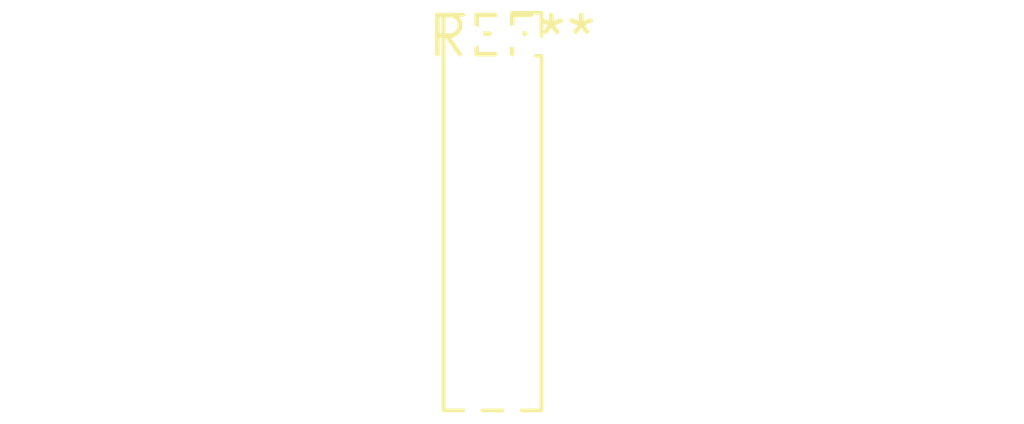
<source format=kicad_pcb>
(kicad_pcb (version 20240108) (generator pcbnew)
  (layers (0 "F.Cu" signal) (31 "B.Cu" signal) (34 "B.Paste" user) (35 "F.Paste" user) (36 "B.SilkS" user "B.Silkscreen") (37 "F.SilkS" user "F.Silkscreen") (38 "B.Mask" user) (39 "F.Mask" user) (44 "Edge.Cuts" user))
  (net 0 "")
  (footprint "PinSocket_2x10_P1.27mm_Vertical" (layer "F.Cu") (at 0 0)
    (property "Reference" "REF**")
    (property "Value" "PinSocket_2x10_P1.27mm_Vertical")
    (fp_line (start -2.22 -0.695) (end -2.22 12.125) (layer "F.SilkS") (stroke (width 0.12)))
    (fp_line (start -2.22 -0.695) (end -1.57753 -0.695) (layer "F.SilkS") (stroke (width 0.12)))
    (fp_line (start -2.22 12.125) (end -1.57753 12.125) (layer "F.SilkS") (stroke (width 0.12)))
    (fp_line (start -0.96247 -0.695) (end -0.76 -0.695) (layer "F.SilkS") (stroke (width 0.12)))
    (fp_line (start -0.96247 12.125) (end -0.30753 12.125) (layer "F.SilkS") (stroke (width 0.12)))
    (fp_line (start 0 -0.76) (end 0.95 -0.76) (layer "F.SilkS") (stroke (width 0.12)))
    (fp_line (start 0.30753 12.125) (end 0.95 12.125) (layer "F.SilkS") (stroke (width 0.12)))
    (fp_line (start 0.76 0.635) (end 0.95 0.635) (layer "F.SilkS") (stroke (width 0.12)))
    (fp_line (start 0.95 -0.76) (end 0.95 0) (layer "F.SilkS") (stroke (width 0.12)))
    (fp_line (start 0.95 0.635) (end 0.95 12.125) (layer "F.SilkS") (stroke (width 0.12)))
    (pad "1" thru_hole rect (at 0 0) (size 1 1) (drill 0.7) (layers *.Cu *.Mask) (remove_unused_layers))
    (pad "2" thru_hole oval (at -1.27 0) (size 1 1) (drill 0.7) (layers *.Cu *.Mask) (remove_unused_layers))
    (pad "3" thru_hole oval (at 0 1.27) (size 1 1) (drill 0.7) (layers *.Cu *.Mask) (remove_unused_layers))
    (pad "4" thru_hole oval (at -1.27 1.27) (size 1 1) (drill 0.7) (layers *.Cu *.Mask) (remove_unused_layers))
    (pad "5" thru_hole oval (at 0 2.54) (size 1 1) (drill 0.7) (layers *.Cu *.Mask) (remove_unused_layers))
    (pad "6" thru_hole oval (at -1.27 2.54) (size 1 1) (drill 0.7) (layers *.Cu *.Mask) (remove_unused_layers))
    (pad "7" thru_hole oval (at 0 3.81) (size 1 1) (drill 0.7) (layers *.Cu *.Mask) (remove_unused_layers))
    (pad "8" thru_hole oval (at -1.27 3.81) (size 1 1) (drill 0.7) (layers *.Cu *.Mask) (remove_unused_layers))
    (pad "9" thru_hole oval (at 0 5.08) (size 1 1) (drill 0.7) (layers *.Cu *.Mask) (remove_unused_layers))
    (pad "10" thru_hole oval (at -1.27 5.08) (size 1 1) (drill 0.7) (layers *.Cu *.Mask) (remove_unused_layers))
    (pad "11" thru_hole oval (at 0 6.35) (size 1 1) (drill 0.7) (layers *.Cu *.Mask) (remove_unused_layers))
    (pad "12" thru_hole oval (at -1.27 6.35) (size 1 1) (drill 0.7) (layers *.Cu *.Mask) (remove_unused_layers))
    (pad "13" thru_hole oval (at 0 7.62) (size 1 1) (drill 0.7) (layers *.Cu *.Mask) (remove_unused_layers))
    (pad "14" thru_hole oval (at -1.27 7.62) (size 1 1) (drill 0.7) (layers *.Cu *.Mask) (remove_unused_layers))
    (pad "15" thru_hole oval (at 0 8.89) (size 1 1) (drill 0.7) (layers *.Cu *.Mask) (remove_unused_layers))
    (pad "16" thru_hole oval (at -1.27 8.89) (size 1 1) (drill 0.7) (layers *.Cu *.Mask) (remove_unused_layers))
    (pad "17" thru_hole oval (at 0 10.16) (size 1 1) (drill 0.7) (layers *.Cu *.Mask) (remove_unused_layers))
    (pad "18" thru_hole oval (at -1.27 10.16) (size 1 1) (drill 0.7) (layers *.Cu *.Mask) (remove_unused_layers))
    (pad "19" thru_hole oval (at 0 11.43) (size 1 1) (drill 0.7) (layers *.Cu *.Mask) (remove_unused_layers))
    (pad "20" thru_hole oval (at -1.27 11.43) (size 1 1) (drill 0.7) (layers *.Cu *.Mask) (remove_unused_layers))
  )
)
</source>
